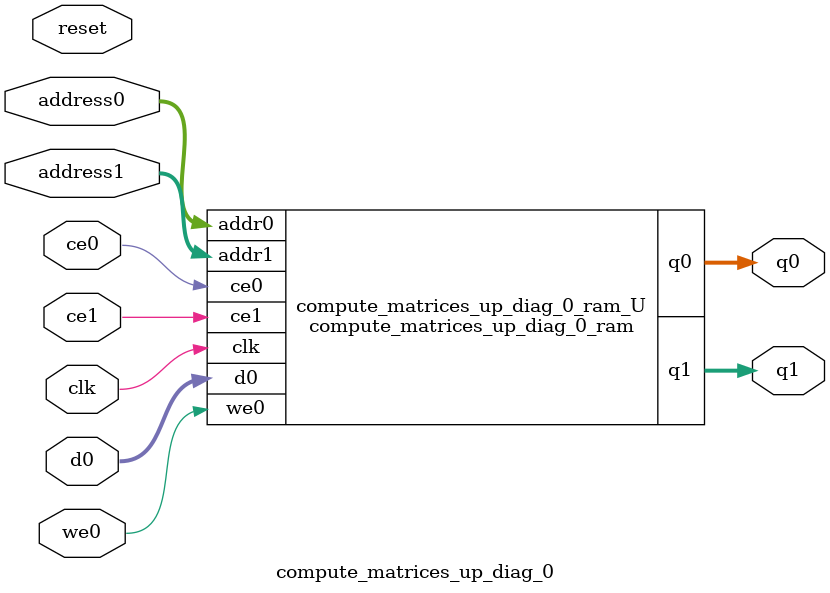
<source format=v>
`timescale 1 ns / 1 ps
module compute_matrices_up_diag_0_ram (addr0, ce0, d0, we0, q0, addr1, ce1, q1,  clk);

parameter DWIDTH = 32;
parameter AWIDTH = 7;
parameter MEM_SIZE = 128;

input[AWIDTH-1:0] addr0;
input ce0;
input[DWIDTH-1:0] d0;
input we0;
output reg[DWIDTH-1:0] q0;
input[AWIDTH-1:0] addr1;
input ce1;
output reg[DWIDTH-1:0] q1;
input clk;

reg [DWIDTH-1:0] ram0[0:MEM_SIZE-1];



always @(posedge clk)  
begin 
    if (ce0) begin
        if (we0) 
            ram0[addr0] <= d0; 
        q0 <= ram0[addr0];
    end
end


always @(posedge clk)  
begin 
    if (ce1) begin
        q1 <= ram0[addr1];
    end
end


endmodule

`timescale 1 ns / 1 ps
module compute_matrices_up_diag_0(
    reset,
    clk,
    address0,
    ce0,
    we0,
    d0,
    q0,
    address1,
    ce1,
    q1);

parameter DataWidth = 32'd32;
parameter AddressRange = 32'd128;
parameter AddressWidth = 32'd7;
input reset;
input clk;
input[AddressWidth - 1:0] address0;
input ce0;
input we0;
input[DataWidth - 1:0] d0;
output[DataWidth - 1:0] q0;
input[AddressWidth - 1:0] address1;
input ce1;
output[DataWidth - 1:0] q1;



compute_matrices_up_diag_0_ram compute_matrices_up_diag_0_ram_U(
    .clk( clk ),
    .addr0( address0 ),
    .ce0( ce0 ),
    .we0( we0 ),
    .d0( d0 ),
    .q0( q0 ),
    .addr1( address1 ),
    .ce1( ce1 ),
    .q1( q1 ));

endmodule


</source>
